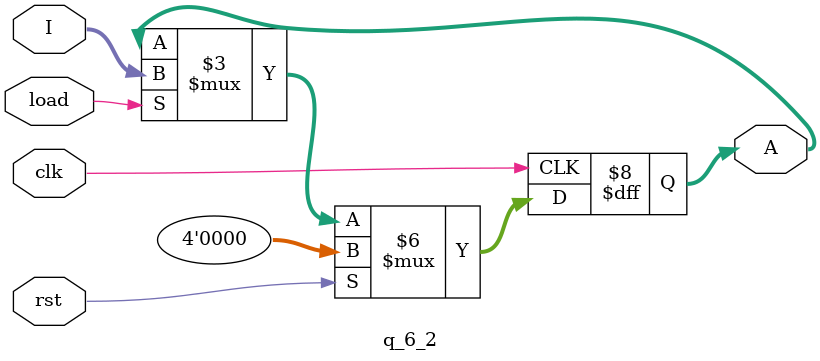
<source format=v>
module q_6_2 (
    input rst, clk, load,
    input [3:0] I,
    output reg [3:0] A
);
    always @ (posedge clk)
    begin
        if (rst)
        begin
            A <= 4'b0000;
        end
        else
        begin
            if (load)
            begin
                A <= I;
            end
            else
            begin
                A <= A;
            end
        end
    end
endmodule

</source>
